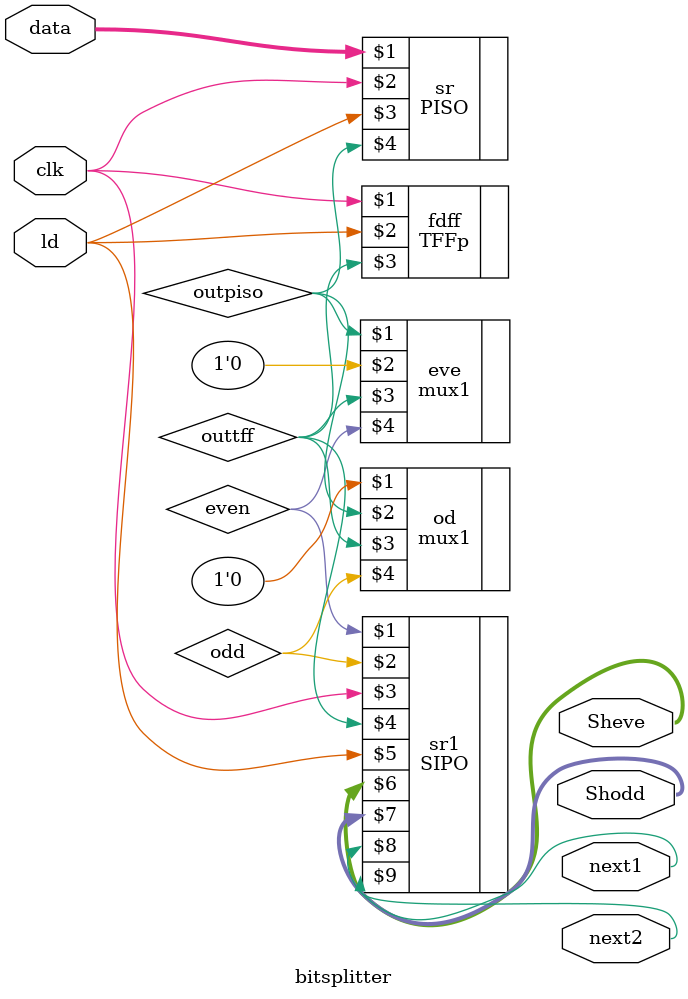
<source format=v>
module bitsplitter(
    input [7:0]data,
    input clk,
    input ld,
    output [3:0] Sheve,
    output [3:0] Shodd,
    output next1,
    output next2
    );
    wire outpiso;
    wire outtff;
    wire even;
    wire odd;
    PISO sr(data,clk,ld,outpiso);//NRZ L output
    TFFp fdff(clk,ld,outtff);//T flip flop for deciding between even or odd bits
    mux1 eve(outpiso,1'b0,outtff,even);//bit splitter
    mux1 od(1'b0,outpiso,outtff,odd);//bit splitter
    SIPO sr1(even,odd,clk,outtff,ld,Sheve,Shodd,next1,next2);
endmodule

</source>
